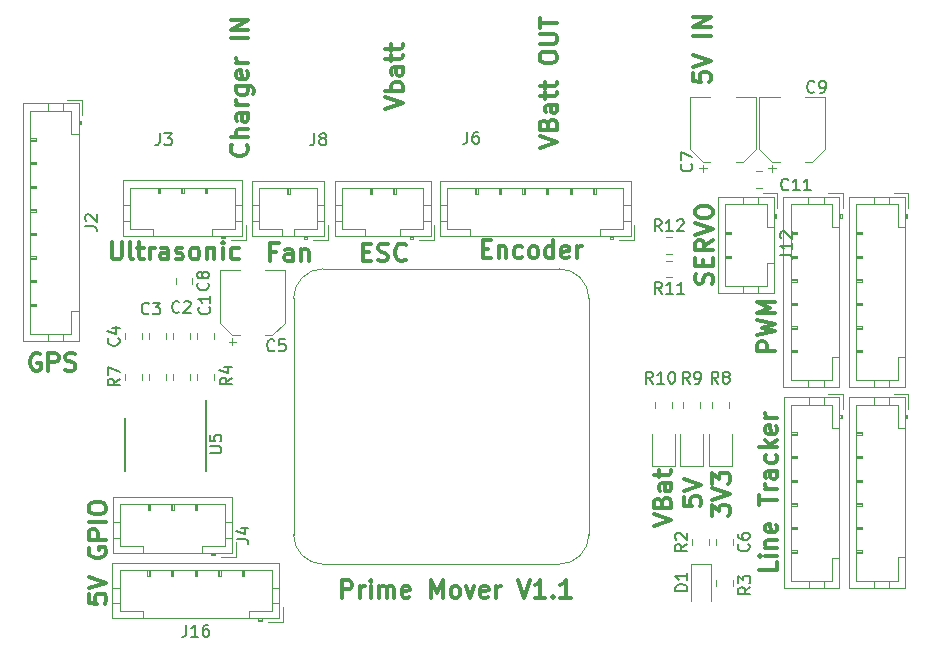
<source format=gbr>
G04 #@! TF.GenerationSoftware,KiCad,Pcbnew,(5.1.4)-1*
G04 #@! TF.CreationDate,2021-11-19T08:14:28-06:00*
G04 #@! TF.ProjectId,RascalHat,52617363-616c-4486-9174-2e6b69636164,rev?*
G04 #@! TF.SameCoordinates,Original*
G04 #@! TF.FileFunction,Legend,Top*
G04 #@! TF.FilePolarity,Positive*
%FSLAX46Y46*%
G04 Gerber Fmt 4.6, Leading zero omitted, Abs format (unit mm)*
G04 Created by KiCad (PCBNEW (5.1.4)-1) date 2021-11-19 08:14:28*
%MOMM*%
%LPD*%
G04 APERTURE LIST*
%ADD10C,0.300000*%
%ADD11C,0.120000*%
%ADD12C,0.150000*%
G04 APERTURE END LIST*
D10*
X58217142Y-22865714D02*
X58288571Y-22651428D01*
X58288571Y-22294285D01*
X58217142Y-22151428D01*
X58145714Y-22079999D01*
X58002857Y-22008571D01*
X57860000Y-22008571D01*
X57717142Y-22079999D01*
X57645714Y-22151428D01*
X57574285Y-22294285D01*
X57502857Y-22579999D01*
X57431428Y-22722857D01*
X57360000Y-22794285D01*
X57217142Y-22865714D01*
X57074285Y-22865714D01*
X56931428Y-22794285D01*
X56860000Y-22722857D01*
X56788571Y-22579999D01*
X56788571Y-22222857D01*
X56860000Y-22008571D01*
X57502857Y-21365714D02*
X57502857Y-20865714D01*
X58288571Y-20651428D02*
X58288571Y-21365714D01*
X56788571Y-21365714D01*
X56788571Y-20651428D01*
X58288571Y-19151428D02*
X57574285Y-19651428D01*
X58288571Y-20008571D02*
X56788571Y-20008571D01*
X56788571Y-19437142D01*
X56860000Y-19294285D01*
X56931428Y-19222857D01*
X57074285Y-19151428D01*
X57288571Y-19151428D01*
X57431428Y-19222857D01*
X57502857Y-19294285D01*
X57574285Y-19437142D01*
X57574285Y-20008571D01*
X56788571Y-18722857D02*
X58288571Y-18222857D01*
X56788571Y-17722857D01*
X56788571Y-16937142D02*
X56788571Y-16651428D01*
X56860000Y-16508571D01*
X57002857Y-16365714D01*
X57288571Y-16294285D01*
X57788571Y-16294285D01*
X58074285Y-16365714D01*
X58217142Y-16508571D01*
X58288571Y-16651428D01*
X58288571Y-16937142D01*
X58217142Y-17080000D01*
X58074285Y-17222857D01*
X57788571Y-17294285D01*
X57288571Y-17294285D01*
X57002857Y-17222857D01*
X56860000Y-17080000D01*
X56788571Y-16937142D01*
X28664285Y-20172857D02*
X29164285Y-20172857D01*
X29378571Y-20958571D02*
X28664285Y-20958571D01*
X28664285Y-19458571D01*
X29378571Y-19458571D01*
X29950000Y-20887142D02*
X30164285Y-20958571D01*
X30521428Y-20958571D01*
X30664285Y-20887142D01*
X30735714Y-20815714D01*
X30807142Y-20672857D01*
X30807142Y-20530000D01*
X30735714Y-20387142D01*
X30664285Y-20315714D01*
X30521428Y-20244285D01*
X30235714Y-20172857D01*
X30092857Y-20101428D01*
X30021428Y-20030000D01*
X29950000Y-19887142D01*
X29950000Y-19744285D01*
X30021428Y-19601428D01*
X30092857Y-19530000D01*
X30235714Y-19458571D01*
X30592857Y-19458571D01*
X30807142Y-19530000D01*
X32307142Y-20815714D02*
X32235714Y-20887142D01*
X32021428Y-20958571D01*
X31878571Y-20958571D01*
X31664285Y-20887142D01*
X31521428Y-20744285D01*
X31450000Y-20601428D01*
X31378571Y-20315714D01*
X31378571Y-20101428D01*
X31450000Y-19815714D01*
X31521428Y-19672857D01*
X31664285Y-19530000D01*
X31878571Y-19458571D01*
X32021428Y-19458571D01*
X32235714Y-19530000D01*
X32307142Y-19601428D01*
X38802857Y-19912857D02*
X39302857Y-19912857D01*
X39517142Y-20698571D02*
X38802857Y-20698571D01*
X38802857Y-19198571D01*
X39517142Y-19198571D01*
X40160000Y-19698571D02*
X40160000Y-20698571D01*
X40160000Y-19841428D02*
X40231428Y-19770000D01*
X40374285Y-19698571D01*
X40588571Y-19698571D01*
X40731428Y-19770000D01*
X40802857Y-19912857D01*
X40802857Y-20698571D01*
X42160000Y-20627142D02*
X42017142Y-20698571D01*
X41731428Y-20698571D01*
X41588571Y-20627142D01*
X41517142Y-20555714D01*
X41445714Y-20412857D01*
X41445714Y-19984285D01*
X41517142Y-19841428D01*
X41588571Y-19770000D01*
X41731428Y-19698571D01*
X42017142Y-19698571D01*
X42160000Y-19770000D01*
X43017142Y-20698571D02*
X42874285Y-20627142D01*
X42802857Y-20555714D01*
X42731428Y-20412857D01*
X42731428Y-19984285D01*
X42802857Y-19841428D01*
X42874285Y-19770000D01*
X43017142Y-19698571D01*
X43231428Y-19698571D01*
X43374285Y-19770000D01*
X43445714Y-19841428D01*
X43517142Y-19984285D01*
X43517142Y-20412857D01*
X43445714Y-20555714D01*
X43374285Y-20627142D01*
X43231428Y-20698571D01*
X43017142Y-20698571D01*
X44802857Y-20698571D02*
X44802857Y-19198571D01*
X44802857Y-20627142D02*
X44660000Y-20698571D01*
X44374285Y-20698571D01*
X44231428Y-20627142D01*
X44160000Y-20555714D01*
X44088571Y-20412857D01*
X44088571Y-19984285D01*
X44160000Y-19841428D01*
X44231428Y-19770000D01*
X44374285Y-19698571D01*
X44660000Y-19698571D01*
X44802857Y-19770000D01*
X46088571Y-20627142D02*
X45945714Y-20698571D01*
X45660000Y-20698571D01*
X45517142Y-20627142D01*
X45445714Y-20484285D01*
X45445714Y-19912857D01*
X45517142Y-19770000D01*
X45660000Y-19698571D01*
X45945714Y-19698571D01*
X46088571Y-19770000D01*
X46160000Y-19912857D01*
X46160000Y-20055714D01*
X45445714Y-20198571D01*
X46802857Y-20698571D02*
X46802857Y-19698571D01*
X46802857Y-19984285D02*
X46874285Y-19841428D01*
X46945714Y-19770000D01*
X47088571Y-19698571D01*
X47231428Y-19698571D01*
X26897142Y-49458571D02*
X26897142Y-47958571D01*
X27468571Y-47958571D01*
X27611428Y-48030000D01*
X27682857Y-48101428D01*
X27754285Y-48244285D01*
X27754285Y-48458571D01*
X27682857Y-48601428D01*
X27611428Y-48672857D01*
X27468571Y-48744285D01*
X26897142Y-48744285D01*
X28397142Y-49458571D02*
X28397142Y-48458571D01*
X28397142Y-48744285D02*
X28468571Y-48601428D01*
X28540000Y-48530000D01*
X28682857Y-48458571D01*
X28825714Y-48458571D01*
X29325714Y-49458571D02*
X29325714Y-48458571D01*
X29325714Y-47958571D02*
X29254285Y-48030000D01*
X29325714Y-48101428D01*
X29397142Y-48030000D01*
X29325714Y-47958571D01*
X29325714Y-48101428D01*
X30040000Y-49458571D02*
X30040000Y-48458571D01*
X30040000Y-48601428D02*
X30111428Y-48530000D01*
X30254285Y-48458571D01*
X30468571Y-48458571D01*
X30611428Y-48530000D01*
X30682857Y-48672857D01*
X30682857Y-49458571D01*
X30682857Y-48672857D02*
X30754285Y-48530000D01*
X30897142Y-48458571D01*
X31111428Y-48458571D01*
X31254285Y-48530000D01*
X31325714Y-48672857D01*
X31325714Y-49458571D01*
X32611428Y-49387142D02*
X32468571Y-49458571D01*
X32182857Y-49458571D01*
X32040000Y-49387142D01*
X31968571Y-49244285D01*
X31968571Y-48672857D01*
X32040000Y-48530000D01*
X32182857Y-48458571D01*
X32468571Y-48458571D01*
X32611428Y-48530000D01*
X32682857Y-48672857D01*
X32682857Y-48815714D01*
X31968571Y-48958571D01*
X34468571Y-49458571D02*
X34468571Y-47958571D01*
X34968571Y-49030000D01*
X35468571Y-47958571D01*
X35468571Y-49458571D01*
X36397142Y-49458571D02*
X36254285Y-49387142D01*
X36182857Y-49315714D01*
X36111428Y-49172857D01*
X36111428Y-48744285D01*
X36182857Y-48601428D01*
X36254285Y-48530000D01*
X36397142Y-48458571D01*
X36611428Y-48458571D01*
X36754285Y-48530000D01*
X36825714Y-48601428D01*
X36897142Y-48744285D01*
X36897142Y-49172857D01*
X36825714Y-49315714D01*
X36754285Y-49387142D01*
X36611428Y-49458571D01*
X36397142Y-49458571D01*
X37397142Y-48458571D02*
X37754285Y-49458571D01*
X38111428Y-48458571D01*
X39254285Y-49387142D02*
X39111428Y-49458571D01*
X38825714Y-49458571D01*
X38682857Y-49387142D01*
X38611428Y-49244285D01*
X38611428Y-48672857D01*
X38682857Y-48530000D01*
X38825714Y-48458571D01*
X39111428Y-48458571D01*
X39254285Y-48530000D01*
X39325714Y-48672857D01*
X39325714Y-48815714D01*
X38611428Y-48958571D01*
X39968571Y-49458571D02*
X39968571Y-48458571D01*
X39968571Y-48744285D02*
X40040000Y-48601428D01*
X40111428Y-48530000D01*
X40254285Y-48458571D01*
X40397142Y-48458571D01*
X41825714Y-47958571D02*
X42325714Y-49458571D01*
X42825714Y-47958571D01*
X44111428Y-49458571D02*
X43254285Y-49458571D01*
X43682857Y-49458571D02*
X43682857Y-47958571D01*
X43540000Y-48172857D01*
X43397142Y-48315714D01*
X43254285Y-48387142D01*
X44754285Y-49315714D02*
X44825714Y-49387142D01*
X44754285Y-49458571D01*
X44682857Y-49387142D01*
X44754285Y-49315714D01*
X44754285Y-49458571D01*
X46254285Y-49458571D02*
X45397142Y-49458571D01*
X45825714Y-49458571D02*
X45825714Y-47958571D01*
X45682857Y-48172857D01*
X45540000Y-48315714D01*
X45397142Y-48387142D01*
X1328571Y-28800000D02*
X1185714Y-28728571D01*
X971428Y-28728571D01*
X757142Y-28800000D01*
X614285Y-28942857D01*
X542857Y-29085714D01*
X471428Y-29371428D01*
X471428Y-29585714D01*
X542857Y-29871428D01*
X614285Y-30014285D01*
X757142Y-30157142D01*
X971428Y-30228571D01*
X1114285Y-30228571D01*
X1328571Y-30157142D01*
X1399999Y-30085714D01*
X1399999Y-29585714D01*
X1114285Y-29585714D01*
X2042857Y-30228571D02*
X2042857Y-28728571D01*
X2614285Y-28728571D01*
X2757142Y-28800000D01*
X2828571Y-28871428D01*
X2899999Y-29014285D01*
X2899999Y-29228571D01*
X2828571Y-29371428D01*
X2757142Y-29442857D01*
X2614285Y-29514285D01*
X2042857Y-29514285D01*
X3471428Y-30157142D02*
X3685714Y-30228571D01*
X4042857Y-30228571D01*
X4185714Y-30157142D01*
X4257142Y-30085714D01*
X4328571Y-29942857D01*
X4328571Y-29800000D01*
X4257142Y-29657142D01*
X4185714Y-29585714D01*
X4042857Y-29514285D01*
X3757142Y-29442857D01*
X3614285Y-29371428D01*
X3542857Y-29300000D01*
X3471428Y-29157142D01*
X3471428Y-29014285D01*
X3542857Y-28871428D01*
X3614285Y-28800000D01*
X3757142Y-28728571D01*
X4114285Y-28728571D01*
X4328571Y-28800000D01*
X53280571Y-43378142D02*
X54780571Y-42878142D01*
X53280571Y-42378142D01*
X53994857Y-41378142D02*
X54066285Y-41163857D01*
X54137714Y-41092428D01*
X54280571Y-41021000D01*
X54494857Y-41021000D01*
X54637714Y-41092428D01*
X54709142Y-41163857D01*
X54780571Y-41306714D01*
X54780571Y-41878142D01*
X53280571Y-41878142D01*
X53280571Y-41378142D01*
X53352000Y-41235285D01*
X53423428Y-41163857D01*
X53566285Y-41092428D01*
X53709142Y-41092428D01*
X53852000Y-41163857D01*
X53923428Y-41235285D01*
X53994857Y-41378142D01*
X53994857Y-41878142D01*
X54780571Y-39735285D02*
X53994857Y-39735285D01*
X53852000Y-39806714D01*
X53780571Y-39949571D01*
X53780571Y-40235285D01*
X53852000Y-40378142D01*
X54709142Y-39735285D02*
X54780571Y-39878142D01*
X54780571Y-40235285D01*
X54709142Y-40378142D01*
X54566285Y-40449571D01*
X54423428Y-40449571D01*
X54280571Y-40378142D01*
X54209142Y-40235285D01*
X54209142Y-39878142D01*
X54137714Y-39735285D01*
X53780571Y-39235285D02*
X53780571Y-38663857D01*
X53280571Y-39021000D02*
X54566285Y-39021000D01*
X54709142Y-38949571D01*
X54780571Y-38806714D01*
X54780571Y-38663857D01*
X58233571Y-42497142D02*
X58233571Y-41568571D01*
X58805000Y-42068571D01*
X58805000Y-41854285D01*
X58876428Y-41711428D01*
X58947857Y-41640000D01*
X59090714Y-41568571D01*
X59447857Y-41568571D01*
X59590714Y-41640000D01*
X59662142Y-41711428D01*
X59733571Y-41854285D01*
X59733571Y-42282857D01*
X59662142Y-42425714D01*
X59590714Y-42497142D01*
X58233571Y-41140000D02*
X59733571Y-40640000D01*
X58233571Y-40140000D01*
X58233571Y-39782857D02*
X58233571Y-38854285D01*
X58805000Y-39354285D01*
X58805000Y-39140000D01*
X58876428Y-38997142D01*
X58947857Y-38925714D01*
X59090714Y-38854285D01*
X59447857Y-38854285D01*
X59590714Y-38925714D01*
X59662142Y-38997142D01*
X59733571Y-39140000D01*
X59733571Y-39568571D01*
X59662142Y-39711428D01*
X59590714Y-39782857D01*
X55820571Y-40925714D02*
X55820571Y-41640000D01*
X56534857Y-41711428D01*
X56463428Y-41640000D01*
X56392000Y-41497142D01*
X56392000Y-41140000D01*
X56463428Y-40997142D01*
X56534857Y-40925714D01*
X56677714Y-40854285D01*
X57034857Y-40854285D01*
X57177714Y-40925714D01*
X57249142Y-40997142D01*
X57320571Y-41140000D01*
X57320571Y-41497142D01*
X57249142Y-41640000D01*
X57177714Y-41711428D01*
X55820571Y-40425714D02*
X57320571Y-39925714D01*
X55820571Y-39425714D01*
X63568571Y-28587142D02*
X62068571Y-28587142D01*
X62068571Y-28015714D01*
X62140000Y-27872857D01*
X62211428Y-27801428D01*
X62354285Y-27730000D01*
X62568571Y-27730000D01*
X62711428Y-27801428D01*
X62782857Y-27872857D01*
X62854285Y-28015714D01*
X62854285Y-28587142D01*
X62068571Y-27230000D02*
X63568571Y-26872857D01*
X62497142Y-26587142D01*
X63568571Y-26301428D01*
X62068571Y-25944285D01*
X63568571Y-25372857D02*
X62068571Y-25372857D01*
X63140000Y-24872857D01*
X62068571Y-24372857D01*
X63568571Y-24372857D01*
X63748571Y-46407142D02*
X63748571Y-47121428D01*
X62248571Y-47121428D01*
X63748571Y-45907142D02*
X62748571Y-45907142D01*
X62248571Y-45907142D02*
X62320000Y-45978571D01*
X62391428Y-45907142D01*
X62320000Y-45835714D01*
X62248571Y-45907142D01*
X62391428Y-45907142D01*
X62748571Y-45192857D02*
X63748571Y-45192857D01*
X62891428Y-45192857D02*
X62820000Y-45121428D01*
X62748571Y-44978571D01*
X62748571Y-44764285D01*
X62820000Y-44621428D01*
X62962857Y-44550000D01*
X63748571Y-44550000D01*
X63677142Y-43264285D02*
X63748571Y-43407142D01*
X63748571Y-43692857D01*
X63677142Y-43835714D01*
X63534285Y-43907142D01*
X62962857Y-43907142D01*
X62820000Y-43835714D01*
X62748571Y-43692857D01*
X62748571Y-43407142D01*
X62820000Y-43264285D01*
X62962857Y-43192857D01*
X63105714Y-43192857D01*
X63248571Y-43907142D01*
X62248571Y-41621428D02*
X62248571Y-40764285D01*
X63748571Y-41192857D02*
X62248571Y-41192857D01*
X63748571Y-40264285D02*
X62748571Y-40264285D01*
X63034285Y-40264285D02*
X62891428Y-40192857D01*
X62820000Y-40121428D01*
X62748571Y-39978571D01*
X62748571Y-39835714D01*
X63748571Y-38692857D02*
X62962857Y-38692857D01*
X62820000Y-38764285D01*
X62748571Y-38907142D01*
X62748571Y-39192857D01*
X62820000Y-39335714D01*
X63677142Y-38692857D02*
X63748571Y-38835714D01*
X63748571Y-39192857D01*
X63677142Y-39335714D01*
X63534285Y-39407142D01*
X63391428Y-39407142D01*
X63248571Y-39335714D01*
X63177142Y-39192857D01*
X63177142Y-38835714D01*
X63105714Y-38692857D01*
X63677142Y-37335714D02*
X63748571Y-37478571D01*
X63748571Y-37764285D01*
X63677142Y-37907142D01*
X63605714Y-37978571D01*
X63462857Y-38050000D01*
X63034285Y-38050000D01*
X62891428Y-37978571D01*
X62820000Y-37907142D01*
X62748571Y-37764285D01*
X62748571Y-37478571D01*
X62820000Y-37335714D01*
X63748571Y-36692857D02*
X62248571Y-36692857D01*
X63177142Y-36550000D02*
X63748571Y-36121428D01*
X62748571Y-36121428D02*
X63320000Y-36692857D01*
X63677142Y-34907142D02*
X63748571Y-35050000D01*
X63748571Y-35335714D01*
X63677142Y-35478571D01*
X63534285Y-35550000D01*
X62962857Y-35550000D01*
X62820000Y-35478571D01*
X62748571Y-35335714D01*
X62748571Y-35050000D01*
X62820000Y-34907142D01*
X62962857Y-34835714D01*
X63105714Y-34835714D01*
X63248571Y-35550000D01*
X63748571Y-34192857D02*
X62748571Y-34192857D01*
X63034285Y-34192857D02*
X62891428Y-34121428D01*
X62820000Y-34050000D01*
X62748571Y-33907142D01*
X62748571Y-33764285D01*
X5448571Y-49160000D02*
X5448571Y-49874285D01*
X6162857Y-49945714D01*
X6091428Y-49874285D01*
X6020000Y-49731428D01*
X6020000Y-49374285D01*
X6091428Y-49231428D01*
X6162857Y-49160000D01*
X6305714Y-49088571D01*
X6662857Y-49088571D01*
X6805714Y-49160000D01*
X6877142Y-49231428D01*
X6948571Y-49374285D01*
X6948571Y-49731428D01*
X6877142Y-49874285D01*
X6805714Y-49945714D01*
X5448571Y-48660000D02*
X6948571Y-48160000D01*
X5448571Y-47660000D01*
X5520000Y-45231428D02*
X5448571Y-45374285D01*
X5448571Y-45588571D01*
X5520000Y-45802857D01*
X5662857Y-45945714D01*
X5805714Y-46017142D01*
X6091428Y-46088571D01*
X6305714Y-46088571D01*
X6591428Y-46017142D01*
X6734285Y-45945714D01*
X6877142Y-45802857D01*
X6948571Y-45588571D01*
X6948571Y-45445714D01*
X6877142Y-45231428D01*
X6805714Y-45160000D01*
X6305714Y-45160000D01*
X6305714Y-45445714D01*
X6948571Y-44517142D02*
X5448571Y-44517142D01*
X5448571Y-43945714D01*
X5520000Y-43802857D01*
X5591428Y-43731428D01*
X5734285Y-43660000D01*
X5948571Y-43660000D01*
X6091428Y-43731428D01*
X6162857Y-43802857D01*
X6234285Y-43945714D01*
X6234285Y-44517142D01*
X6948571Y-43017142D02*
X5448571Y-43017142D01*
X5448571Y-42017142D02*
X5448571Y-41731428D01*
X5520000Y-41588571D01*
X5662857Y-41445714D01*
X5948571Y-41374285D01*
X6448571Y-41374285D01*
X6734285Y-41445714D01*
X6877142Y-41588571D01*
X6948571Y-41731428D01*
X6948571Y-42017142D01*
X6877142Y-42160000D01*
X6734285Y-42302857D01*
X6448571Y-42374285D01*
X5948571Y-42374285D01*
X5662857Y-42302857D01*
X5520000Y-42160000D01*
X5448571Y-42017142D01*
X7392857Y-19298571D02*
X7392857Y-20512857D01*
X7464285Y-20655714D01*
X7535714Y-20727142D01*
X7678571Y-20798571D01*
X7964285Y-20798571D01*
X8107142Y-20727142D01*
X8178571Y-20655714D01*
X8250000Y-20512857D01*
X8250000Y-19298571D01*
X9178571Y-20798571D02*
X9035714Y-20727142D01*
X8964285Y-20584285D01*
X8964285Y-19298571D01*
X9535714Y-19798571D02*
X10107142Y-19798571D01*
X9750000Y-19298571D02*
X9750000Y-20584285D01*
X9821428Y-20727142D01*
X9964285Y-20798571D01*
X10107142Y-20798571D01*
X10607142Y-20798571D02*
X10607142Y-19798571D01*
X10607142Y-20084285D02*
X10678571Y-19941428D01*
X10750000Y-19870000D01*
X10892857Y-19798571D01*
X11035714Y-19798571D01*
X12178571Y-20798571D02*
X12178571Y-20012857D01*
X12107142Y-19870000D01*
X11964285Y-19798571D01*
X11678571Y-19798571D01*
X11535714Y-19870000D01*
X12178571Y-20727142D02*
X12035714Y-20798571D01*
X11678571Y-20798571D01*
X11535714Y-20727142D01*
X11464285Y-20584285D01*
X11464285Y-20441428D01*
X11535714Y-20298571D01*
X11678571Y-20227142D01*
X12035714Y-20227142D01*
X12178571Y-20155714D01*
X12821428Y-20727142D02*
X12964285Y-20798571D01*
X13250000Y-20798571D01*
X13392857Y-20727142D01*
X13464285Y-20584285D01*
X13464285Y-20512857D01*
X13392857Y-20370000D01*
X13250000Y-20298571D01*
X13035714Y-20298571D01*
X12892857Y-20227142D01*
X12821428Y-20084285D01*
X12821428Y-20012857D01*
X12892857Y-19870000D01*
X13035714Y-19798571D01*
X13250000Y-19798571D01*
X13392857Y-19870000D01*
X14321428Y-20798571D02*
X14178571Y-20727142D01*
X14107142Y-20655714D01*
X14035714Y-20512857D01*
X14035714Y-20084285D01*
X14107142Y-19941428D01*
X14178571Y-19870000D01*
X14321428Y-19798571D01*
X14535714Y-19798571D01*
X14678571Y-19870000D01*
X14750000Y-19941428D01*
X14821428Y-20084285D01*
X14821428Y-20512857D01*
X14750000Y-20655714D01*
X14678571Y-20727142D01*
X14535714Y-20798571D01*
X14321428Y-20798571D01*
X15464285Y-19798571D02*
X15464285Y-20798571D01*
X15464285Y-19941428D02*
X15535714Y-19870000D01*
X15678571Y-19798571D01*
X15892857Y-19798571D01*
X16035714Y-19870000D01*
X16107142Y-20012857D01*
X16107142Y-20798571D01*
X16821428Y-20798571D02*
X16821428Y-19798571D01*
X16821428Y-19298571D02*
X16750000Y-19370000D01*
X16821428Y-19441428D01*
X16892857Y-19370000D01*
X16821428Y-19298571D01*
X16821428Y-19441428D01*
X18178571Y-20727142D02*
X18035714Y-20798571D01*
X17750000Y-20798571D01*
X17607142Y-20727142D01*
X17535714Y-20655714D01*
X17464285Y-20512857D01*
X17464285Y-20084285D01*
X17535714Y-19941428D01*
X17607142Y-19870000D01*
X17750000Y-19798571D01*
X18035714Y-19798571D01*
X18178571Y-19870000D01*
X21317142Y-20142857D02*
X20817142Y-20142857D01*
X20817142Y-20928571D02*
X20817142Y-19428571D01*
X21531428Y-19428571D01*
X22745714Y-20928571D02*
X22745714Y-20142857D01*
X22674285Y-20000000D01*
X22531428Y-19928571D01*
X22245714Y-19928571D01*
X22102857Y-20000000D01*
X22745714Y-20857142D02*
X22602857Y-20928571D01*
X22245714Y-20928571D01*
X22102857Y-20857142D01*
X22031428Y-20714285D01*
X22031428Y-20571428D01*
X22102857Y-20428571D01*
X22245714Y-20357142D01*
X22602857Y-20357142D01*
X22745714Y-20285714D01*
X23460000Y-19928571D02*
X23460000Y-20928571D01*
X23460000Y-20071428D02*
X23531428Y-20000000D01*
X23674285Y-19928571D01*
X23888571Y-19928571D01*
X24031428Y-20000000D01*
X24102857Y-20142857D01*
X24102857Y-20928571D01*
X18823714Y-11080142D02*
X18895142Y-11151571D01*
X18966571Y-11365857D01*
X18966571Y-11508714D01*
X18895142Y-11723000D01*
X18752285Y-11865857D01*
X18609428Y-11937285D01*
X18323714Y-12008714D01*
X18109428Y-12008714D01*
X17823714Y-11937285D01*
X17680857Y-11865857D01*
X17538000Y-11723000D01*
X17466571Y-11508714D01*
X17466571Y-11365857D01*
X17538000Y-11151571D01*
X17609428Y-11080142D01*
X18966571Y-10437285D02*
X17466571Y-10437285D01*
X18966571Y-9794428D02*
X18180857Y-9794428D01*
X18038000Y-9865857D01*
X17966571Y-10008714D01*
X17966571Y-10223000D01*
X18038000Y-10365857D01*
X18109428Y-10437285D01*
X18966571Y-8437285D02*
X18180857Y-8437285D01*
X18038000Y-8508714D01*
X17966571Y-8651571D01*
X17966571Y-8937285D01*
X18038000Y-9080142D01*
X18895142Y-8437285D02*
X18966571Y-8580142D01*
X18966571Y-8937285D01*
X18895142Y-9080142D01*
X18752285Y-9151571D01*
X18609428Y-9151571D01*
X18466571Y-9080142D01*
X18395142Y-8937285D01*
X18395142Y-8580142D01*
X18323714Y-8437285D01*
X18966571Y-7723000D02*
X17966571Y-7723000D01*
X18252285Y-7723000D02*
X18109428Y-7651571D01*
X18038000Y-7580142D01*
X17966571Y-7437285D01*
X17966571Y-7294428D01*
X17966571Y-6151571D02*
X19180857Y-6151571D01*
X19323714Y-6223000D01*
X19395142Y-6294428D01*
X19466571Y-6437285D01*
X19466571Y-6651571D01*
X19395142Y-6794428D01*
X18895142Y-6151571D02*
X18966571Y-6294428D01*
X18966571Y-6580142D01*
X18895142Y-6723000D01*
X18823714Y-6794428D01*
X18680857Y-6865857D01*
X18252285Y-6865857D01*
X18109428Y-6794428D01*
X18038000Y-6723000D01*
X17966571Y-6580142D01*
X17966571Y-6294428D01*
X18038000Y-6151571D01*
X18895142Y-4865857D02*
X18966571Y-5008714D01*
X18966571Y-5294428D01*
X18895142Y-5437285D01*
X18752285Y-5508714D01*
X18180857Y-5508714D01*
X18038000Y-5437285D01*
X17966571Y-5294428D01*
X17966571Y-5008714D01*
X18038000Y-4865857D01*
X18180857Y-4794428D01*
X18323714Y-4794428D01*
X18466571Y-5508714D01*
X18966571Y-4151571D02*
X17966571Y-4151571D01*
X18252285Y-4151571D02*
X18109428Y-4080142D01*
X18038000Y-4008714D01*
X17966571Y-3865857D01*
X17966571Y-3723000D01*
X18966571Y-2080142D02*
X17466571Y-2080142D01*
X18966571Y-1365857D02*
X17466571Y-1365857D01*
X18966571Y-508714D01*
X17466571Y-508714D01*
X30568571Y-8024285D02*
X32068571Y-7524285D01*
X30568571Y-7024285D01*
X32068571Y-6524285D02*
X30568571Y-6524285D01*
X31140000Y-6524285D02*
X31068571Y-6381428D01*
X31068571Y-6095714D01*
X31140000Y-5952857D01*
X31211428Y-5881428D01*
X31354285Y-5810000D01*
X31782857Y-5810000D01*
X31925714Y-5881428D01*
X31997142Y-5952857D01*
X32068571Y-6095714D01*
X32068571Y-6381428D01*
X31997142Y-6524285D01*
X32068571Y-4524285D02*
X31282857Y-4524285D01*
X31140000Y-4595714D01*
X31068571Y-4738571D01*
X31068571Y-5024285D01*
X31140000Y-5167142D01*
X31997142Y-4524285D02*
X32068571Y-4667142D01*
X32068571Y-5024285D01*
X31997142Y-5167142D01*
X31854285Y-5238571D01*
X31711428Y-5238571D01*
X31568571Y-5167142D01*
X31497142Y-5024285D01*
X31497142Y-4667142D01*
X31425714Y-4524285D01*
X31068571Y-4024285D02*
X31068571Y-3452857D01*
X30568571Y-3810000D02*
X31854285Y-3810000D01*
X31997142Y-3738571D01*
X32068571Y-3595714D01*
X32068571Y-3452857D01*
X31068571Y-3167142D02*
X31068571Y-2595714D01*
X30568571Y-2952857D02*
X31854285Y-2952857D01*
X31997142Y-2881428D01*
X32068571Y-2738571D01*
X32068571Y-2595714D01*
X43628571Y-11342000D02*
X45128571Y-10842000D01*
X43628571Y-10342000D01*
X44342857Y-9342000D02*
X44414285Y-9127714D01*
X44485714Y-9056285D01*
X44628571Y-8984857D01*
X44842857Y-8984857D01*
X44985714Y-9056285D01*
X45057142Y-9127714D01*
X45128571Y-9270571D01*
X45128571Y-9842000D01*
X43628571Y-9842000D01*
X43628571Y-9342000D01*
X43700000Y-9199142D01*
X43771428Y-9127714D01*
X43914285Y-9056285D01*
X44057142Y-9056285D01*
X44200000Y-9127714D01*
X44271428Y-9199142D01*
X44342857Y-9342000D01*
X44342857Y-9842000D01*
X45128571Y-7699142D02*
X44342857Y-7699142D01*
X44200000Y-7770571D01*
X44128571Y-7913428D01*
X44128571Y-8199142D01*
X44200000Y-8342000D01*
X45057142Y-7699142D02*
X45128571Y-7842000D01*
X45128571Y-8199142D01*
X45057142Y-8342000D01*
X44914285Y-8413428D01*
X44771428Y-8413428D01*
X44628571Y-8342000D01*
X44557142Y-8199142D01*
X44557142Y-7842000D01*
X44485714Y-7699142D01*
X44128571Y-7199142D02*
X44128571Y-6627714D01*
X43628571Y-6984857D02*
X44914285Y-6984857D01*
X45057142Y-6913428D01*
X45128571Y-6770571D01*
X45128571Y-6627714D01*
X44128571Y-6342000D02*
X44128571Y-5770571D01*
X43628571Y-6127714D02*
X44914285Y-6127714D01*
X45057142Y-6056285D01*
X45128571Y-5913428D01*
X45128571Y-5770571D01*
X43628571Y-3842000D02*
X43628571Y-3556285D01*
X43700000Y-3413428D01*
X43842857Y-3270571D01*
X44128571Y-3199142D01*
X44628571Y-3199142D01*
X44914285Y-3270571D01*
X45057142Y-3413428D01*
X45128571Y-3556285D01*
X45128571Y-3842000D01*
X45057142Y-3984857D01*
X44914285Y-4127714D01*
X44628571Y-4199142D01*
X44128571Y-4199142D01*
X43842857Y-4127714D01*
X43700000Y-3984857D01*
X43628571Y-3842000D01*
X43628571Y-2556285D02*
X44842857Y-2556285D01*
X44985714Y-2484857D01*
X45057142Y-2413428D01*
X45128571Y-2270571D01*
X45128571Y-1984857D01*
X45057142Y-1842000D01*
X44985714Y-1770571D01*
X44842857Y-1699142D01*
X43628571Y-1699142D01*
X43628571Y-1199142D02*
X43628571Y-342000D01*
X45128571Y-770571D02*
X43628571Y-770571D01*
X56608571Y-5010000D02*
X56608571Y-5724285D01*
X57322857Y-5795714D01*
X57251428Y-5724285D01*
X57180000Y-5581428D01*
X57180000Y-5224285D01*
X57251428Y-5081428D01*
X57322857Y-5010000D01*
X57465714Y-4938571D01*
X57822857Y-4938571D01*
X57965714Y-5010000D01*
X58037142Y-5081428D01*
X58108571Y-5224285D01*
X58108571Y-5581428D01*
X58037142Y-5724285D01*
X57965714Y-5795714D01*
X56608571Y-4510000D02*
X58108571Y-4010000D01*
X56608571Y-3510000D01*
X58108571Y-1867142D02*
X56608571Y-1867142D01*
X58108571Y-1152857D02*
X56608571Y-1152857D01*
X58108571Y-295714D01*
X56608571Y-295714D01*
D11*
X25300000Y-21600000D02*
X45300000Y-21600000D01*
X22800000Y-24100000D02*
G75*
G02X25300000Y-21600000I2500000J0D01*
G01*
X22800000Y-44100000D02*
X22800000Y-24100000D01*
X25300000Y-46600000D02*
G75*
G02X22800000Y-44100000I0J2500000D01*
G01*
X45300000Y-21600000D02*
G75*
G02X47800000Y-24100000I0J-2500000D01*
G01*
X47800000Y-24100000D02*
X47800000Y-44100000D01*
X45300000Y-46600000D02*
X25300000Y-46600000D01*
X47800000Y-44100000D02*
G75*
G02X45300000Y-46600000I-2500000J0D01*
G01*
X69301000Y-15219000D02*
X68051000Y-15219000D01*
X69301000Y-16469000D02*
X69301000Y-15219000D01*
X64891000Y-28579000D02*
X65391000Y-28579000D01*
X65391000Y-28679000D02*
X64891000Y-28679000D01*
X65391000Y-28479000D02*
X65391000Y-28679000D01*
X64891000Y-28479000D02*
X65391000Y-28479000D01*
X64891000Y-26579000D02*
X65391000Y-26579000D01*
X65391000Y-26679000D02*
X64891000Y-26679000D01*
X65391000Y-26479000D02*
X65391000Y-26679000D01*
X64891000Y-26479000D02*
X65391000Y-26479000D01*
X64891000Y-24579000D02*
X65391000Y-24579000D01*
X65391000Y-24679000D02*
X64891000Y-24679000D01*
X65391000Y-24479000D02*
X65391000Y-24679000D01*
X64891000Y-24479000D02*
X65391000Y-24479000D01*
X64891000Y-22579000D02*
X65391000Y-22579000D01*
X65391000Y-22679000D02*
X64891000Y-22679000D01*
X65391000Y-22479000D02*
X65391000Y-22679000D01*
X64891000Y-22479000D02*
X65391000Y-22479000D01*
X64891000Y-20579000D02*
X65391000Y-20579000D01*
X65391000Y-20679000D02*
X64891000Y-20679000D01*
X65391000Y-20479000D02*
X65391000Y-20679000D01*
X64891000Y-20479000D02*
X65391000Y-20479000D01*
X64891000Y-18579000D02*
X65391000Y-18579000D01*
X65391000Y-18679000D02*
X64891000Y-18679000D01*
X65391000Y-18479000D02*
X65391000Y-18679000D01*
X64891000Y-18479000D02*
X65391000Y-18479000D01*
X66391000Y-31639000D02*
X66391000Y-31029000D01*
X67691000Y-31639000D02*
X67691000Y-31029000D01*
X66391000Y-15519000D02*
X66391000Y-16129000D01*
X67691000Y-15519000D02*
X67691000Y-16129000D01*
X68391000Y-29079000D02*
X69001000Y-29079000D01*
X68391000Y-31029000D02*
X68391000Y-29079000D01*
X64891000Y-31029000D02*
X68391000Y-31029000D01*
X64891000Y-16129000D02*
X64891000Y-31029000D01*
X68391000Y-16129000D02*
X64891000Y-16129000D01*
X68391000Y-18079000D02*
X68391000Y-16129000D01*
X69001000Y-18079000D02*
X68391000Y-18079000D01*
X69101000Y-17279000D02*
X69101000Y-16979000D01*
X69201000Y-16979000D02*
X69001000Y-16979000D01*
X69201000Y-17279000D02*
X69201000Y-16979000D01*
X69001000Y-17279000D02*
X69201000Y-17279000D01*
X69001000Y-31639000D02*
X69001000Y-15519000D01*
X64281000Y-31639000D02*
X69001000Y-31639000D01*
X64281000Y-15519000D02*
X64281000Y-31639000D01*
X69001000Y-15519000D02*
X64281000Y-15519000D01*
X74850000Y-15219000D02*
X73600000Y-15219000D01*
X74850000Y-16469000D02*
X74850000Y-15219000D01*
X70440000Y-28579000D02*
X70940000Y-28579000D01*
X70940000Y-28679000D02*
X70440000Y-28679000D01*
X70940000Y-28479000D02*
X70940000Y-28679000D01*
X70440000Y-28479000D02*
X70940000Y-28479000D01*
X70440000Y-26579000D02*
X70940000Y-26579000D01*
X70940000Y-26679000D02*
X70440000Y-26679000D01*
X70940000Y-26479000D02*
X70940000Y-26679000D01*
X70440000Y-26479000D02*
X70940000Y-26479000D01*
X70440000Y-24579000D02*
X70940000Y-24579000D01*
X70940000Y-24679000D02*
X70440000Y-24679000D01*
X70940000Y-24479000D02*
X70940000Y-24679000D01*
X70440000Y-24479000D02*
X70940000Y-24479000D01*
X70440000Y-22579000D02*
X70940000Y-22579000D01*
X70940000Y-22679000D02*
X70440000Y-22679000D01*
X70940000Y-22479000D02*
X70940000Y-22679000D01*
X70440000Y-22479000D02*
X70940000Y-22479000D01*
X70440000Y-20579000D02*
X70940000Y-20579000D01*
X70940000Y-20679000D02*
X70440000Y-20679000D01*
X70940000Y-20479000D02*
X70940000Y-20679000D01*
X70440000Y-20479000D02*
X70940000Y-20479000D01*
X70440000Y-18579000D02*
X70940000Y-18579000D01*
X70940000Y-18679000D02*
X70440000Y-18679000D01*
X70940000Y-18479000D02*
X70940000Y-18679000D01*
X70440000Y-18479000D02*
X70940000Y-18479000D01*
X71940000Y-31639000D02*
X71940000Y-31029000D01*
X73240000Y-31639000D02*
X73240000Y-31029000D01*
X71940000Y-15519000D02*
X71940000Y-16129000D01*
X73240000Y-15519000D02*
X73240000Y-16129000D01*
X73940000Y-29079000D02*
X74550000Y-29079000D01*
X73940000Y-31029000D02*
X73940000Y-29079000D01*
X70440000Y-31029000D02*
X73940000Y-31029000D01*
X70440000Y-16129000D02*
X70440000Y-31029000D01*
X73940000Y-16129000D02*
X70440000Y-16129000D01*
X73940000Y-18079000D02*
X73940000Y-16129000D01*
X74550000Y-18079000D02*
X73940000Y-18079000D01*
X74650000Y-17279000D02*
X74650000Y-16979000D01*
X74750000Y-16979000D02*
X74550000Y-16979000D01*
X74750000Y-17279000D02*
X74750000Y-16979000D01*
X74550000Y-17279000D02*
X74750000Y-17279000D01*
X74550000Y-31639000D02*
X74550000Y-15519000D01*
X69830000Y-31639000D02*
X74550000Y-31639000D01*
X69830000Y-15519000D02*
X69830000Y-31639000D01*
X74550000Y-15519000D02*
X69830000Y-15519000D01*
X51640000Y-19140000D02*
X51640000Y-17890000D01*
X50390000Y-19140000D02*
X51640000Y-19140000D01*
X38280000Y-14730000D02*
X38280000Y-15230000D01*
X38180000Y-15230000D02*
X38180000Y-14730000D01*
X38380000Y-15230000D02*
X38180000Y-15230000D01*
X38380000Y-14730000D02*
X38380000Y-15230000D01*
X40280000Y-14730000D02*
X40280000Y-15230000D01*
X40180000Y-15230000D02*
X40180000Y-14730000D01*
X40380000Y-15230000D02*
X40180000Y-15230000D01*
X40380000Y-14730000D02*
X40380000Y-15230000D01*
X42280000Y-14730000D02*
X42280000Y-15230000D01*
X42180000Y-15230000D02*
X42180000Y-14730000D01*
X42380000Y-15230000D02*
X42180000Y-15230000D01*
X42380000Y-14730000D02*
X42380000Y-15230000D01*
X44280000Y-14730000D02*
X44280000Y-15230000D01*
X44180000Y-15230000D02*
X44180000Y-14730000D01*
X44380000Y-15230000D02*
X44180000Y-15230000D01*
X44380000Y-14730000D02*
X44380000Y-15230000D01*
X46280000Y-14730000D02*
X46280000Y-15230000D01*
X46180000Y-15230000D02*
X46180000Y-14730000D01*
X46380000Y-15230000D02*
X46180000Y-15230000D01*
X46380000Y-14730000D02*
X46380000Y-15230000D01*
X48280000Y-14730000D02*
X48280000Y-15230000D01*
X48180000Y-15230000D02*
X48180000Y-14730000D01*
X48380000Y-15230000D02*
X48180000Y-15230000D01*
X48380000Y-14730000D02*
X48380000Y-15230000D01*
X35220000Y-16230000D02*
X35830000Y-16230000D01*
X35220000Y-17530000D02*
X35830000Y-17530000D01*
X51340000Y-16230000D02*
X50730000Y-16230000D01*
X51340000Y-17530000D02*
X50730000Y-17530000D01*
X37780000Y-18230000D02*
X37780000Y-18840000D01*
X35830000Y-18230000D02*
X37780000Y-18230000D01*
X35830000Y-14730000D02*
X35830000Y-18230000D01*
X50730000Y-14730000D02*
X35830000Y-14730000D01*
X50730000Y-18230000D02*
X50730000Y-14730000D01*
X48780000Y-18230000D02*
X50730000Y-18230000D01*
X48780000Y-18840000D02*
X48780000Y-18230000D01*
X49580000Y-18940000D02*
X49880000Y-18940000D01*
X49880000Y-19040000D02*
X49880000Y-18840000D01*
X49580000Y-19040000D02*
X49880000Y-19040000D01*
X49580000Y-18840000D02*
X49580000Y-19040000D01*
X35220000Y-18840000D02*
X51340000Y-18840000D01*
X35220000Y-14120000D02*
X35220000Y-18840000D01*
X51340000Y-14120000D02*
X35220000Y-14120000D01*
X51340000Y-18840000D02*
X51340000Y-14120000D01*
X25720000Y-19140000D02*
X25720000Y-17890000D01*
X24470000Y-19140000D02*
X25720000Y-19140000D01*
X22360000Y-14730000D02*
X22360000Y-15230000D01*
X22260000Y-15230000D02*
X22260000Y-14730000D01*
X22460000Y-15230000D02*
X22260000Y-15230000D01*
X22460000Y-14730000D02*
X22460000Y-15230000D01*
X19300000Y-16230000D02*
X19910000Y-16230000D01*
X19300000Y-17530000D02*
X19910000Y-17530000D01*
X25420000Y-16230000D02*
X24810000Y-16230000D01*
X25420000Y-17530000D02*
X24810000Y-17530000D01*
X21860000Y-18230000D02*
X21860000Y-18840000D01*
X19910000Y-18230000D02*
X21860000Y-18230000D01*
X19910000Y-14730000D02*
X19910000Y-18230000D01*
X24810000Y-14730000D02*
X19910000Y-14730000D01*
X24810000Y-18230000D02*
X24810000Y-14730000D01*
X22860000Y-18230000D02*
X24810000Y-18230000D01*
X22860000Y-18840000D02*
X22860000Y-18230000D01*
X23660000Y-18940000D02*
X23960000Y-18940000D01*
X23960000Y-19040000D02*
X23960000Y-18840000D01*
X23660000Y-19040000D02*
X23960000Y-19040000D01*
X23660000Y-18840000D02*
X23660000Y-19040000D01*
X19300000Y-18840000D02*
X25420000Y-18840000D01*
X19300000Y-14120000D02*
X19300000Y-18840000D01*
X25420000Y-14120000D02*
X19300000Y-14120000D01*
X25420000Y-18840000D02*
X25420000Y-14120000D01*
X21890000Y-51490000D02*
X21890000Y-50240000D01*
X20640000Y-51490000D02*
X21890000Y-51490000D01*
X10530000Y-47080000D02*
X10530000Y-47580000D01*
X10430000Y-47580000D02*
X10430000Y-47080000D01*
X10630000Y-47580000D02*
X10430000Y-47580000D01*
X10630000Y-47080000D02*
X10630000Y-47580000D01*
X12530000Y-47080000D02*
X12530000Y-47580000D01*
X12430000Y-47580000D02*
X12430000Y-47080000D01*
X12630000Y-47580000D02*
X12430000Y-47580000D01*
X12630000Y-47080000D02*
X12630000Y-47580000D01*
X14530000Y-47080000D02*
X14530000Y-47580000D01*
X14430000Y-47580000D02*
X14430000Y-47080000D01*
X14630000Y-47580000D02*
X14430000Y-47580000D01*
X14630000Y-47080000D02*
X14630000Y-47580000D01*
X16530000Y-47080000D02*
X16530000Y-47580000D01*
X16430000Y-47580000D02*
X16430000Y-47080000D01*
X16630000Y-47580000D02*
X16430000Y-47580000D01*
X16630000Y-47080000D02*
X16630000Y-47580000D01*
X18530000Y-47080000D02*
X18530000Y-47580000D01*
X18430000Y-47580000D02*
X18430000Y-47080000D01*
X18630000Y-47580000D02*
X18430000Y-47580000D01*
X18630000Y-47080000D02*
X18630000Y-47580000D01*
X7470000Y-48580000D02*
X8080000Y-48580000D01*
X7470000Y-49880000D02*
X8080000Y-49880000D01*
X21590000Y-48580000D02*
X20980000Y-48580000D01*
X21590000Y-49880000D02*
X20980000Y-49880000D01*
X10030000Y-50580000D02*
X10030000Y-51190000D01*
X8080000Y-50580000D02*
X10030000Y-50580000D01*
X8080000Y-47080000D02*
X8080000Y-50580000D01*
X20980000Y-47080000D02*
X8080000Y-47080000D01*
X20980000Y-50580000D02*
X20980000Y-47080000D01*
X19030000Y-50580000D02*
X20980000Y-50580000D01*
X19030000Y-51190000D02*
X19030000Y-50580000D01*
X19830000Y-51290000D02*
X20130000Y-51290000D01*
X20130000Y-51390000D02*
X20130000Y-51190000D01*
X19830000Y-51390000D02*
X20130000Y-51390000D01*
X19830000Y-51190000D02*
X19830000Y-51390000D01*
X7470000Y-51190000D02*
X21590000Y-51190000D01*
X7470000Y-46470000D02*
X7470000Y-51190000D01*
X21590000Y-46470000D02*
X7470000Y-46470000D01*
X21590000Y-51190000D02*
X21590000Y-46470000D01*
X69310000Y-32182000D02*
X68060000Y-32182000D01*
X69310000Y-33432000D02*
X69310000Y-32182000D01*
X64900000Y-45542000D02*
X65400000Y-45542000D01*
X65400000Y-45642000D02*
X64900000Y-45642000D01*
X65400000Y-45442000D02*
X65400000Y-45642000D01*
X64900000Y-45442000D02*
X65400000Y-45442000D01*
X64900000Y-43542000D02*
X65400000Y-43542000D01*
X65400000Y-43642000D02*
X64900000Y-43642000D01*
X65400000Y-43442000D02*
X65400000Y-43642000D01*
X64900000Y-43442000D02*
X65400000Y-43442000D01*
X64900000Y-41542000D02*
X65400000Y-41542000D01*
X65400000Y-41642000D02*
X64900000Y-41642000D01*
X65400000Y-41442000D02*
X65400000Y-41642000D01*
X64900000Y-41442000D02*
X65400000Y-41442000D01*
X64900000Y-39542000D02*
X65400000Y-39542000D01*
X65400000Y-39642000D02*
X64900000Y-39642000D01*
X65400000Y-39442000D02*
X65400000Y-39642000D01*
X64900000Y-39442000D02*
X65400000Y-39442000D01*
X64900000Y-37542000D02*
X65400000Y-37542000D01*
X65400000Y-37642000D02*
X64900000Y-37642000D01*
X65400000Y-37442000D02*
X65400000Y-37642000D01*
X64900000Y-37442000D02*
X65400000Y-37442000D01*
X64900000Y-35542000D02*
X65400000Y-35542000D01*
X65400000Y-35642000D02*
X64900000Y-35642000D01*
X65400000Y-35442000D02*
X65400000Y-35642000D01*
X64900000Y-35442000D02*
X65400000Y-35442000D01*
X66400000Y-48602000D02*
X66400000Y-47992000D01*
X67700000Y-48602000D02*
X67700000Y-47992000D01*
X66400000Y-32482000D02*
X66400000Y-33092000D01*
X67700000Y-32482000D02*
X67700000Y-33092000D01*
X68400000Y-46042000D02*
X69010000Y-46042000D01*
X68400000Y-47992000D02*
X68400000Y-46042000D01*
X64900000Y-47992000D02*
X68400000Y-47992000D01*
X64900000Y-33092000D02*
X64900000Y-47992000D01*
X68400000Y-33092000D02*
X64900000Y-33092000D01*
X68400000Y-35042000D02*
X68400000Y-33092000D01*
X69010000Y-35042000D02*
X68400000Y-35042000D01*
X69110000Y-34242000D02*
X69110000Y-33942000D01*
X69210000Y-33942000D02*
X69010000Y-33942000D01*
X69210000Y-34242000D02*
X69210000Y-33942000D01*
X69010000Y-34242000D02*
X69210000Y-34242000D01*
X69010000Y-48602000D02*
X69010000Y-32482000D01*
X64290000Y-48602000D02*
X69010000Y-48602000D01*
X64290000Y-32482000D02*
X64290000Y-48602000D01*
X69010000Y-32482000D02*
X64290000Y-32482000D01*
X74850000Y-32177000D02*
X73600000Y-32177000D01*
X74850000Y-33427000D02*
X74850000Y-32177000D01*
X70440000Y-45537000D02*
X70940000Y-45537000D01*
X70940000Y-45637000D02*
X70440000Y-45637000D01*
X70940000Y-45437000D02*
X70940000Y-45637000D01*
X70440000Y-45437000D02*
X70940000Y-45437000D01*
X70440000Y-43537000D02*
X70940000Y-43537000D01*
X70940000Y-43637000D02*
X70440000Y-43637000D01*
X70940000Y-43437000D02*
X70940000Y-43637000D01*
X70440000Y-43437000D02*
X70940000Y-43437000D01*
X70440000Y-41537000D02*
X70940000Y-41537000D01*
X70940000Y-41637000D02*
X70440000Y-41637000D01*
X70940000Y-41437000D02*
X70940000Y-41637000D01*
X70440000Y-41437000D02*
X70940000Y-41437000D01*
X70440000Y-39537000D02*
X70940000Y-39537000D01*
X70940000Y-39637000D02*
X70440000Y-39637000D01*
X70940000Y-39437000D02*
X70940000Y-39637000D01*
X70440000Y-39437000D02*
X70940000Y-39437000D01*
X70440000Y-37537000D02*
X70940000Y-37537000D01*
X70940000Y-37637000D02*
X70440000Y-37637000D01*
X70940000Y-37437000D02*
X70940000Y-37637000D01*
X70440000Y-37437000D02*
X70940000Y-37437000D01*
X70440000Y-35537000D02*
X70940000Y-35537000D01*
X70940000Y-35637000D02*
X70440000Y-35637000D01*
X70940000Y-35437000D02*
X70940000Y-35637000D01*
X70440000Y-35437000D02*
X70940000Y-35437000D01*
X71940000Y-48597000D02*
X71940000Y-47987000D01*
X73240000Y-48597000D02*
X73240000Y-47987000D01*
X71940000Y-32477000D02*
X71940000Y-33087000D01*
X73240000Y-32477000D02*
X73240000Y-33087000D01*
X73940000Y-46037000D02*
X74550000Y-46037000D01*
X73940000Y-47987000D02*
X73940000Y-46037000D01*
X70440000Y-47987000D02*
X73940000Y-47987000D01*
X70440000Y-33087000D02*
X70440000Y-47987000D01*
X73940000Y-33087000D02*
X70440000Y-33087000D01*
X73940000Y-35037000D02*
X73940000Y-33087000D01*
X74550000Y-35037000D02*
X73940000Y-35037000D01*
X74650000Y-34237000D02*
X74650000Y-33937000D01*
X74750000Y-33937000D02*
X74550000Y-33937000D01*
X74750000Y-34237000D02*
X74750000Y-33937000D01*
X74550000Y-34237000D02*
X74750000Y-34237000D01*
X74550000Y-48597000D02*
X74550000Y-32477000D01*
X69830000Y-48597000D02*
X74550000Y-48597000D01*
X69830000Y-32477000D02*
X69830000Y-48597000D01*
X74550000Y-32477000D02*
X69830000Y-32477000D01*
X63760000Y-15220000D02*
X62510000Y-15220000D01*
X63760000Y-16470000D02*
X63760000Y-15220000D01*
X59350000Y-20580000D02*
X59850000Y-20580000D01*
X59850000Y-20680000D02*
X59350000Y-20680000D01*
X59850000Y-20480000D02*
X59850000Y-20680000D01*
X59350000Y-20480000D02*
X59850000Y-20480000D01*
X59350000Y-18580000D02*
X59850000Y-18580000D01*
X59850000Y-18680000D02*
X59350000Y-18680000D01*
X59850000Y-18480000D02*
X59850000Y-18680000D01*
X59350000Y-18480000D02*
X59850000Y-18480000D01*
X60850000Y-23640000D02*
X60850000Y-23030000D01*
X62150000Y-23640000D02*
X62150000Y-23030000D01*
X60850000Y-15520000D02*
X60850000Y-16130000D01*
X62150000Y-15520000D02*
X62150000Y-16130000D01*
X62850000Y-21080000D02*
X63460000Y-21080000D01*
X62850000Y-23030000D02*
X62850000Y-21080000D01*
X59350000Y-23030000D02*
X62850000Y-23030000D01*
X59350000Y-16130000D02*
X59350000Y-23030000D01*
X62850000Y-16130000D02*
X59350000Y-16130000D01*
X62850000Y-18080000D02*
X62850000Y-16130000D01*
X63460000Y-18080000D02*
X62850000Y-18080000D01*
X63560000Y-17280000D02*
X63560000Y-16980000D01*
X63660000Y-16980000D02*
X63460000Y-16980000D01*
X63660000Y-17280000D02*
X63660000Y-16980000D01*
X63460000Y-17280000D02*
X63660000Y-17280000D01*
X63460000Y-23640000D02*
X63460000Y-15520000D01*
X58740000Y-23640000D02*
X63460000Y-23640000D01*
X58740000Y-15520000D02*
X58740000Y-23640000D01*
X63460000Y-15520000D02*
X58740000Y-15520000D01*
X34700000Y-19140000D02*
X34700000Y-17890000D01*
X33450000Y-19140000D02*
X34700000Y-19140000D01*
X29340000Y-14730000D02*
X29340000Y-15230000D01*
X29240000Y-15230000D02*
X29240000Y-14730000D01*
X29440000Y-15230000D02*
X29240000Y-15230000D01*
X29440000Y-14730000D02*
X29440000Y-15230000D01*
X31340000Y-14730000D02*
X31340000Y-15230000D01*
X31240000Y-15230000D02*
X31240000Y-14730000D01*
X31440000Y-15230000D02*
X31240000Y-15230000D01*
X31440000Y-14730000D02*
X31440000Y-15230000D01*
X26280000Y-16230000D02*
X26890000Y-16230000D01*
X26280000Y-17530000D02*
X26890000Y-17530000D01*
X34400000Y-16230000D02*
X33790000Y-16230000D01*
X34400000Y-17530000D02*
X33790000Y-17530000D01*
X28840000Y-18230000D02*
X28840000Y-18840000D01*
X26890000Y-18230000D02*
X28840000Y-18230000D01*
X26890000Y-14730000D02*
X26890000Y-18230000D01*
X33790000Y-14730000D02*
X26890000Y-14730000D01*
X33790000Y-18230000D02*
X33790000Y-14730000D01*
X31840000Y-18230000D02*
X33790000Y-18230000D01*
X31840000Y-18840000D02*
X31840000Y-18230000D01*
X32640000Y-18940000D02*
X32940000Y-18940000D01*
X32940000Y-19040000D02*
X32940000Y-18840000D01*
X32640000Y-19040000D02*
X32940000Y-19040000D01*
X32640000Y-18840000D02*
X32640000Y-19040000D01*
X26280000Y-18840000D02*
X34400000Y-18840000D01*
X26280000Y-14120000D02*
X26280000Y-18840000D01*
X34400000Y-14120000D02*
X26280000Y-14120000D01*
X34400000Y-18840000D02*
X34400000Y-14120000D01*
X18743000Y-19128000D02*
X18743000Y-17878000D01*
X17493000Y-19128000D02*
X18743000Y-19128000D01*
X11383000Y-14718000D02*
X11383000Y-15218000D01*
X11283000Y-15218000D02*
X11283000Y-14718000D01*
X11483000Y-15218000D02*
X11283000Y-15218000D01*
X11483000Y-14718000D02*
X11483000Y-15218000D01*
X13383000Y-14718000D02*
X13383000Y-15218000D01*
X13283000Y-15218000D02*
X13283000Y-14718000D01*
X13483000Y-15218000D02*
X13283000Y-15218000D01*
X13483000Y-14718000D02*
X13483000Y-15218000D01*
X15383000Y-14718000D02*
X15383000Y-15218000D01*
X15283000Y-15218000D02*
X15283000Y-14718000D01*
X15483000Y-15218000D02*
X15283000Y-15218000D01*
X15483000Y-14718000D02*
X15483000Y-15218000D01*
X8323000Y-16218000D02*
X8933000Y-16218000D01*
X8323000Y-17518000D02*
X8933000Y-17518000D01*
X18443000Y-16218000D02*
X17833000Y-16218000D01*
X18443000Y-17518000D02*
X17833000Y-17518000D01*
X10883000Y-18218000D02*
X10883000Y-18828000D01*
X8933000Y-18218000D02*
X10883000Y-18218000D01*
X8933000Y-14718000D02*
X8933000Y-18218000D01*
X17833000Y-14718000D02*
X8933000Y-14718000D01*
X17833000Y-18218000D02*
X17833000Y-14718000D01*
X15883000Y-18218000D02*
X17833000Y-18218000D01*
X15883000Y-18828000D02*
X15883000Y-18218000D01*
X16683000Y-18928000D02*
X16983000Y-18928000D01*
X16983000Y-19028000D02*
X16983000Y-18828000D01*
X16683000Y-19028000D02*
X16983000Y-19028000D01*
X16683000Y-18828000D02*
X16683000Y-19028000D01*
X8323000Y-18828000D02*
X18443000Y-18828000D01*
X8323000Y-14108000D02*
X8323000Y-18828000D01*
X18443000Y-14108000D02*
X8323000Y-14108000D01*
X18443000Y-18828000D02*
X18443000Y-14108000D01*
X17900000Y-45960000D02*
X17900000Y-44710000D01*
X16650000Y-45960000D02*
X17900000Y-45960000D01*
X10540000Y-41550000D02*
X10540000Y-42050000D01*
X10440000Y-42050000D02*
X10440000Y-41550000D01*
X10640000Y-42050000D02*
X10440000Y-42050000D01*
X10640000Y-41550000D02*
X10640000Y-42050000D01*
X12540000Y-41550000D02*
X12540000Y-42050000D01*
X12440000Y-42050000D02*
X12440000Y-41550000D01*
X12640000Y-42050000D02*
X12440000Y-42050000D01*
X12640000Y-41550000D02*
X12640000Y-42050000D01*
X14540000Y-41550000D02*
X14540000Y-42050000D01*
X14440000Y-42050000D02*
X14440000Y-41550000D01*
X14640000Y-42050000D02*
X14440000Y-42050000D01*
X14640000Y-41550000D02*
X14640000Y-42050000D01*
X7480000Y-43050000D02*
X8090000Y-43050000D01*
X7480000Y-44350000D02*
X8090000Y-44350000D01*
X17600000Y-43050000D02*
X16990000Y-43050000D01*
X17600000Y-44350000D02*
X16990000Y-44350000D01*
X10040000Y-45050000D02*
X10040000Y-45660000D01*
X8090000Y-45050000D02*
X10040000Y-45050000D01*
X8090000Y-41550000D02*
X8090000Y-45050000D01*
X16990000Y-41550000D02*
X8090000Y-41550000D01*
X16990000Y-45050000D02*
X16990000Y-41550000D01*
X15040000Y-45050000D02*
X16990000Y-45050000D01*
X15040000Y-45660000D02*
X15040000Y-45050000D01*
X15840000Y-45760000D02*
X16140000Y-45760000D01*
X16140000Y-45860000D02*
X16140000Y-45660000D01*
X15840000Y-45860000D02*
X16140000Y-45860000D01*
X15840000Y-45660000D02*
X15840000Y-45860000D01*
X7480000Y-45660000D02*
X17600000Y-45660000D01*
X7480000Y-40940000D02*
X7480000Y-45660000D01*
X17600000Y-40940000D02*
X7480000Y-40940000D01*
X17600000Y-45660000D02*
X17600000Y-40940000D01*
X4904000Y-7292000D02*
X3654000Y-7292000D01*
X4904000Y-8542000D02*
X4904000Y-7292000D01*
X494000Y-24652000D02*
X994000Y-24652000D01*
X994000Y-24752000D02*
X494000Y-24752000D01*
X994000Y-24552000D02*
X994000Y-24752000D01*
X494000Y-24552000D02*
X994000Y-24552000D01*
X494000Y-22652000D02*
X994000Y-22652000D01*
X994000Y-22752000D02*
X494000Y-22752000D01*
X994000Y-22552000D02*
X994000Y-22752000D01*
X494000Y-22552000D02*
X994000Y-22552000D01*
X494000Y-20652000D02*
X994000Y-20652000D01*
X994000Y-20752000D02*
X494000Y-20752000D01*
X994000Y-20552000D02*
X994000Y-20752000D01*
X494000Y-20552000D02*
X994000Y-20552000D01*
X494000Y-18652000D02*
X994000Y-18652000D01*
X994000Y-18752000D02*
X494000Y-18752000D01*
X994000Y-18552000D02*
X994000Y-18752000D01*
X494000Y-18552000D02*
X994000Y-18552000D01*
X494000Y-16652000D02*
X994000Y-16652000D01*
X994000Y-16752000D02*
X494000Y-16752000D01*
X994000Y-16552000D02*
X994000Y-16752000D01*
X494000Y-16552000D02*
X994000Y-16552000D01*
X494000Y-14652000D02*
X994000Y-14652000D01*
X994000Y-14752000D02*
X494000Y-14752000D01*
X994000Y-14552000D02*
X994000Y-14752000D01*
X494000Y-14552000D02*
X994000Y-14552000D01*
X494000Y-12652000D02*
X994000Y-12652000D01*
X994000Y-12752000D02*
X494000Y-12752000D01*
X994000Y-12552000D02*
X994000Y-12752000D01*
X494000Y-12552000D02*
X994000Y-12552000D01*
X494000Y-10652000D02*
X994000Y-10652000D01*
X994000Y-10752000D02*
X494000Y-10752000D01*
X994000Y-10552000D02*
X994000Y-10752000D01*
X494000Y-10552000D02*
X994000Y-10552000D01*
X1994000Y-27712000D02*
X1994000Y-27102000D01*
X3294000Y-27712000D02*
X3294000Y-27102000D01*
X1994000Y-7592000D02*
X1994000Y-8202000D01*
X3294000Y-7592000D02*
X3294000Y-8202000D01*
X3994000Y-25152000D02*
X4604000Y-25152000D01*
X3994000Y-27102000D02*
X3994000Y-25152000D01*
X494000Y-27102000D02*
X3994000Y-27102000D01*
X494000Y-8202000D02*
X494000Y-27102000D01*
X3994000Y-8202000D02*
X494000Y-8202000D01*
X3994000Y-10152000D02*
X3994000Y-8202000D01*
X4604000Y-10152000D02*
X3994000Y-10152000D01*
X4704000Y-9352000D02*
X4704000Y-9052000D01*
X4804000Y-9052000D02*
X4604000Y-9052000D01*
X4804000Y-9352000D02*
X4804000Y-9052000D01*
X4604000Y-9352000D02*
X4804000Y-9352000D01*
X4604000Y-27712000D02*
X4604000Y-7592000D01*
X-116000Y-27712000D02*
X4604000Y-27712000D01*
X-116000Y-7592000D02*
X-116000Y-27712000D01*
X4604000Y-7592000D02*
X-116000Y-7592000D01*
X61923922Y-14750000D02*
X62441078Y-14750000D01*
X61923922Y-13330000D02*
X62441078Y-13330000D01*
X63012500Y-13102500D02*
X63637500Y-13102500D01*
X63325000Y-13415000D02*
X63325000Y-12790000D01*
X66705563Y-12550000D02*
X67770000Y-11485563D01*
X63314437Y-12550000D02*
X62250000Y-11485563D01*
X63314437Y-12550000D02*
X63950000Y-12550000D01*
X66705563Y-12550000D02*
X66070000Y-12550000D01*
X67770000Y-11485563D02*
X67770000Y-7030000D01*
X62250000Y-11485563D02*
X62250000Y-7030000D01*
X62250000Y-7030000D02*
X63950000Y-7030000D01*
X67770000Y-7030000D02*
X66070000Y-7030000D01*
X12820000Y-22361422D02*
X12820000Y-22878578D01*
X14240000Y-22361422D02*
X14240000Y-22878578D01*
X57162500Y-13102500D02*
X57787500Y-13102500D01*
X57475000Y-13415000D02*
X57475000Y-12790000D01*
X60855563Y-12550000D02*
X61920000Y-11485563D01*
X57464437Y-12550000D02*
X56400000Y-11485563D01*
X57464437Y-12550000D02*
X58100000Y-12550000D01*
X60855563Y-12550000D02*
X60220000Y-12550000D01*
X61920000Y-11485563D02*
X61920000Y-7030000D01*
X56400000Y-11485563D02*
X56400000Y-7030000D01*
X56400000Y-7030000D02*
X58100000Y-7030000D01*
X61920000Y-7030000D02*
X60220000Y-7030000D01*
X17302500Y-27772500D02*
X17927500Y-27772500D01*
X17615000Y-28085000D02*
X17615000Y-27460000D01*
X20995563Y-27220000D02*
X22060000Y-26155563D01*
X17604437Y-27220000D02*
X16540000Y-26155563D01*
X17604437Y-27220000D02*
X18240000Y-27220000D01*
X20995563Y-27220000D02*
X20360000Y-27220000D01*
X22060000Y-26155563D02*
X22060000Y-21700000D01*
X16540000Y-26155563D02*
X16540000Y-21700000D01*
X16540000Y-21700000D02*
X18240000Y-21700000D01*
X22060000Y-21700000D02*
X20360000Y-21700000D01*
D12*
X15388000Y-32699000D02*
X15388000Y-38674000D01*
X8488000Y-34224000D02*
X8488000Y-38674000D01*
D11*
X54812000Y-32888422D02*
X54812000Y-33405578D01*
X53392000Y-32888422D02*
X53392000Y-33405578D01*
X57225000Y-32888422D02*
X57225000Y-33405578D01*
X55805000Y-32888422D02*
X55805000Y-33405578D01*
X59638000Y-32888422D02*
X59638000Y-33405578D01*
X58218000Y-32888422D02*
X58218000Y-33405578D01*
X53142000Y-35576000D02*
X53142000Y-38261000D01*
X53142000Y-38261000D02*
X55062000Y-38261000D01*
X55062000Y-38261000D02*
X55062000Y-35576000D01*
X55555000Y-35576000D02*
X55555000Y-38261000D01*
X55555000Y-38261000D02*
X57475000Y-38261000D01*
X57475000Y-38261000D02*
X57475000Y-35576000D01*
X57968000Y-35576000D02*
X57968000Y-38261000D01*
X57968000Y-38261000D02*
X59888000Y-38261000D01*
X59888000Y-38261000D02*
X59888000Y-35576000D01*
X58596000Y-44955578D02*
X58596000Y-44438422D01*
X60016000Y-44955578D02*
X60016000Y-44438422D01*
X9981000Y-30992578D02*
X9981000Y-30475422D01*
X8561000Y-30992578D02*
X8561000Y-30475422D01*
X12013000Y-30992578D02*
X12013000Y-30475422D01*
X10593000Y-30992578D02*
X10593000Y-30475422D01*
X14045000Y-30992578D02*
X14045000Y-30475422D01*
X12625000Y-30992578D02*
X12625000Y-30475422D01*
X16077000Y-30992578D02*
X16077000Y-30475422D01*
X14657000Y-30992578D02*
X14657000Y-30475422D01*
X58596000Y-47915922D02*
X58596000Y-48433078D01*
X60016000Y-47915922D02*
X60016000Y-48433078D01*
X56564000Y-44438422D02*
X56564000Y-44955578D01*
X57984000Y-44438422D02*
X57984000Y-44955578D01*
X58124000Y-46607000D02*
X58124000Y-49757000D01*
X56424000Y-46607000D02*
X56424000Y-49757000D01*
X58124000Y-46607000D02*
X56424000Y-46607000D01*
X9981000Y-27563578D02*
X9981000Y-27046422D01*
X8561000Y-27563578D02*
X8561000Y-27046422D01*
X12013000Y-27563578D02*
X12013000Y-27046422D01*
X10593000Y-27563578D02*
X10593000Y-27046422D01*
X14045000Y-27563578D02*
X14045000Y-27046422D01*
X12625000Y-27563578D02*
X12625000Y-27046422D01*
X16077000Y-27563578D02*
X16077000Y-27046422D01*
X14657000Y-27563578D02*
X14657000Y-27046422D01*
X54873577Y-20904999D02*
X54356421Y-20904999D01*
X54873577Y-22324999D02*
X54356421Y-22324999D01*
X54871078Y-20320000D02*
X54353922Y-20320000D01*
X54871078Y-18900000D02*
X54353922Y-18900000D01*
D12*
X13720476Y-51732380D02*
X13720476Y-52446666D01*
X13672857Y-52589523D01*
X13577619Y-52684761D01*
X13434761Y-52732380D01*
X13339523Y-52732380D01*
X14720476Y-52732380D02*
X14149047Y-52732380D01*
X14434761Y-52732380D02*
X14434761Y-51732380D01*
X14339523Y-51875238D01*
X14244285Y-51970476D01*
X14149047Y-52018095D01*
X15577619Y-51732380D02*
X15387142Y-51732380D01*
X15291904Y-51780000D01*
X15244285Y-51827619D01*
X15149047Y-51970476D01*
X15101428Y-52160952D01*
X15101428Y-52541904D01*
X15149047Y-52637142D01*
X15196666Y-52684761D01*
X15291904Y-52732380D01*
X15482380Y-52732380D01*
X15577619Y-52684761D01*
X15625238Y-52637142D01*
X15672857Y-52541904D01*
X15672857Y-52303809D01*
X15625238Y-52208571D01*
X15577619Y-52160952D01*
X15482380Y-52113333D01*
X15291904Y-52113333D01*
X15196666Y-52160952D01*
X15149047Y-52208571D01*
X15101428Y-52303809D01*
X64002380Y-20389523D02*
X64716666Y-20389523D01*
X64859523Y-20437142D01*
X64954761Y-20532380D01*
X65002380Y-20675238D01*
X65002380Y-20770476D01*
X65002380Y-19389523D02*
X65002380Y-19960952D01*
X65002380Y-19675238D02*
X64002380Y-19675238D01*
X64145238Y-19770476D01*
X64240476Y-19865714D01*
X64288095Y-19960952D01*
X64097619Y-19008571D02*
X64050000Y-18960952D01*
X64002380Y-18865714D01*
X64002380Y-18627619D01*
X64050000Y-18532380D01*
X64097619Y-18484761D01*
X64192857Y-18437142D01*
X64288095Y-18437142D01*
X64430952Y-18484761D01*
X65002380Y-19056190D01*
X65002380Y-18437142D01*
X17982380Y-44473333D02*
X18696666Y-44473333D01*
X18839523Y-44520952D01*
X18934761Y-44616190D01*
X18982380Y-44759047D01*
X18982380Y-44854285D01*
X18315714Y-43568571D02*
X18982380Y-43568571D01*
X17934761Y-43806666D02*
X18649047Y-44044761D01*
X18649047Y-43425714D01*
X5146380Y-17985333D02*
X5860666Y-17985333D01*
X6003523Y-18032952D01*
X6098761Y-18128190D01*
X6146380Y-18271047D01*
X6146380Y-18366285D01*
X5241619Y-17556761D02*
X5194000Y-17509142D01*
X5146380Y-17413904D01*
X5146380Y-17175809D01*
X5194000Y-17080571D01*
X5241619Y-17032952D01*
X5336857Y-16985333D01*
X5432095Y-16985333D01*
X5574952Y-17032952D01*
X6146380Y-17604380D01*
X6146380Y-16985333D01*
X24558666Y-10120380D02*
X24558666Y-10834666D01*
X24511047Y-10977523D01*
X24415809Y-11072761D01*
X24272952Y-11120380D01*
X24177714Y-11120380D01*
X25177714Y-10548952D02*
X25082476Y-10501333D01*
X25034857Y-10453714D01*
X24987238Y-10358476D01*
X24987238Y-10310857D01*
X25034857Y-10215619D01*
X25082476Y-10168000D01*
X25177714Y-10120380D01*
X25368190Y-10120380D01*
X25463428Y-10168000D01*
X25511047Y-10215619D01*
X25558666Y-10310857D01*
X25558666Y-10358476D01*
X25511047Y-10453714D01*
X25463428Y-10501333D01*
X25368190Y-10548952D01*
X25177714Y-10548952D01*
X25082476Y-10596571D01*
X25034857Y-10644190D01*
X24987238Y-10739428D01*
X24987238Y-10929904D01*
X25034857Y-11025142D01*
X25082476Y-11072761D01*
X25177714Y-11120380D01*
X25368190Y-11120380D01*
X25463428Y-11072761D01*
X25511047Y-11025142D01*
X25558666Y-10929904D01*
X25558666Y-10739428D01*
X25511047Y-10644190D01*
X25463428Y-10596571D01*
X25368190Y-10548952D01*
X64687142Y-14867142D02*
X64639523Y-14914761D01*
X64496666Y-14962380D01*
X64401428Y-14962380D01*
X64258571Y-14914761D01*
X64163333Y-14819523D01*
X64115714Y-14724285D01*
X64068095Y-14533809D01*
X64068095Y-14390952D01*
X64115714Y-14200476D01*
X64163333Y-14105238D01*
X64258571Y-14010000D01*
X64401428Y-13962380D01*
X64496666Y-13962380D01*
X64639523Y-14010000D01*
X64687142Y-14057619D01*
X65639523Y-14962380D02*
X65068095Y-14962380D01*
X65353809Y-14962380D02*
X65353809Y-13962380D01*
X65258571Y-14105238D01*
X65163333Y-14200476D01*
X65068095Y-14248095D01*
X66591904Y-14962380D02*
X66020476Y-14962380D01*
X66306190Y-14962380D02*
X66306190Y-13962380D01*
X66210952Y-14105238D01*
X66115714Y-14200476D01*
X66020476Y-14248095D01*
X66903333Y-6587142D02*
X66855714Y-6634761D01*
X66712857Y-6682380D01*
X66617619Y-6682380D01*
X66474761Y-6634761D01*
X66379523Y-6539523D01*
X66331904Y-6444285D01*
X66284285Y-6253809D01*
X66284285Y-6110952D01*
X66331904Y-5920476D01*
X66379523Y-5825238D01*
X66474761Y-5730000D01*
X66617619Y-5682380D01*
X66712857Y-5682380D01*
X66855714Y-5730000D01*
X66903333Y-5777619D01*
X67379523Y-6682380D02*
X67570000Y-6682380D01*
X67665238Y-6634761D01*
X67712857Y-6587142D01*
X67808095Y-6444285D01*
X67855714Y-6253809D01*
X67855714Y-5872857D01*
X67808095Y-5777619D01*
X67760476Y-5730000D01*
X67665238Y-5682380D01*
X67474761Y-5682380D01*
X67379523Y-5730000D01*
X67331904Y-5777619D01*
X67284285Y-5872857D01*
X67284285Y-6110952D01*
X67331904Y-6206190D01*
X67379523Y-6253809D01*
X67474761Y-6301428D01*
X67665238Y-6301428D01*
X67760476Y-6253809D01*
X67808095Y-6206190D01*
X67855714Y-6110952D01*
X15537142Y-22786666D02*
X15584761Y-22834285D01*
X15632380Y-22977142D01*
X15632380Y-23072380D01*
X15584761Y-23215238D01*
X15489523Y-23310476D01*
X15394285Y-23358095D01*
X15203809Y-23405714D01*
X15060952Y-23405714D01*
X14870476Y-23358095D01*
X14775238Y-23310476D01*
X14680000Y-23215238D01*
X14632380Y-23072380D01*
X14632380Y-22977142D01*
X14680000Y-22834285D01*
X14727619Y-22786666D01*
X15060952Y-22215238D02*
X15013333Y-22310476D01*
X14965714Y-22358095D01*
X14870476Y-22405714D01*
X14822857Y-22405714D01*
X14727619Y-22358095D01*
X14680000Y-22310476D01*
X14632380Y-22215238D01*
X14632380Y-22024761D01*
X14680000Y-21929523D01*
X14727619Y-21881904D01*
X14822857Y-21834285D01*
X14870476Y-21834285D01*
X14965714Y-21881904D01*
X15013333Y-21929523D01*
X15060952Y-22024761D01*
X15060952Y-22215238D01*
X15108571Y-22310476D01*
X15156190Y-22358095D01*
X15251428Y-22405714D01*
X15441904Y-22405714D01*
X15537142Y-22358095D01*
X15584761Y-22310476D01*
X15632380Y-22215238D01*
X15632380Y-22024761D01*
X15584761Y-21929523D01*
X15537142Y-21881904D01*
X15441904Y-21834285D01*
X15251428Y-21834285D01*
X15156190Y-21881904D01*
X15108571Y-21929523D01*
X15060952Y-22024761D01*
X56477142Y-12736666D02*
X56524761Y-12784285D01*
X56572380Y-12927142D01*
X56572380Y-13022380D01*
X56524761Y-13165238D01*
X56429523Y-13260476D01*
X56334285Y-13308095D01*
X56143809Y-13355714D01*
X56000952Y-13355714D01*
X55810476Y-13308095D01*
X55715238Y-13260476D01*
X55620000Y-13165238D01*
X55572380Y-13022380D01*
X55572380Y-12927142D01*
X55620000Y-12784285D01*
X55667619Y-12736666D01*
X55572380Y-12403333D02*
X55572380Y-11736666D01*
X56572380Y-12165238D01*
X21173333Y-28477142D02*
X21125714Y-28524761D01*
X20982857Y-28572380D01*
X20887619Y-28572380D01*
X20744761Y-28524761D01*
X20649523Y-28429523D01*
X20601904Y-28334285D01*
X20554285Y-28143809D01*
X20554285Y-28000952D01*
X20601904Y-27810476D01*
X20649523Y-27715238D01*
X20744761Y-27620000D01*
X20887619Y-27572380D01*
X20982857Y-27572380D01*
X21125714Y-27620000D01*
X21173333Y-27667619D01*
X22078095Y-27572380D02*
X21601904Y-27572380D01*
X21554285Y-28048571D01*
X21601904Y-28000952D01*
X21697142Y-27953333D01*
X21935238Y-27953333D01*
X22030476Y-28000952D01*
X22078095Y-28048571D01*
X22125714Y-28143809D01*
X22125714Y-28381904D01*
X22078095Y-28477142D01*
X22030476Y-28524761D01*
X21935238Y-28572380D01*
X21697142Y-28572380D01*
X21601904Y-28524761D01*
X21554285Y-28477142D01*
X11477666Y-10120380D02*
X11477666Y-10834666D01*
X11430047Y-10977523D01*
X11334809Y-11072761D01*
X11191952Y-11120380D01*
X11096714Y-11120380D01*
X11858619Y-10120380D02*
X12477666Y-10120380D01*
X12144333Y-10501333D01*
X12287190Y-10501333D01*
X12382428Y-10548952D01*
X12430047Y-10596571D01*
X12477666Y-10691809D01*
X12477666Y-10929904D01*
X12430047Y-11025142D01*
X12382428Y-11072761D01*
X12287190Y-11120380D01*
X12001476Y-11120380D01*
X11906238Y-11072761D01*
X11858619Y-11025142D01*
X15690380Y-37210904D02*
X16499904Y-37210904D01*
X16595142Y-37163285D01*
X16642761Y-37115666D01*
X16690380Y-37020428D01*
X16690380Y-36829952D01*
X16642761Y-36734714D01*
X16595142Y-36687095D01*
X16499904Y-36639476D01*
X15690380Y-36639476D01*
X15690380Y-35687095D02*
X15690380Y-36163285D01*
X16166571Y-36210904D01*
X16118952Y-36163285D01*
X16071333Y-36068047D01*
X16071333Y-35829952D01*
X16118952Y-35734714D01*
X16166571Y-35687095D01*
X16261809Y-35639476D01*
X16499904Y-35639476D01*
X16595142Y-35687095D01*
X16642761Y-35734714D01*
X16690380Y-35829952D01*
X16690380Y-36068047D01*
X16642761Y-36163285D01*
X16595142Y-36210904D01*
X53205142Y-31313380D02*
X52871809Y-30837190D01*
X52633714Y-31313380D02*
X52633714Y-30313380D01*
X53014666Y-30313380D01*
X53109904Y-30361000D01*
X53157523Y-30408619D01*
X53205142Y-30503857D01*
X53205142Y-30646714D01*
X53157523Y-30741952D01*
X53109904Y-30789571D01*
X53014666Y-30837190D01*
X52633714Y-30837190D01*
X54157523Y-31313380D02*
X53586095Y-31313380D01*
X53871809Y-31313380D02*
X53871809Y-30313380D01*
X53776571Y-30456238D01*
X53681333Y-30551476D01*
X53586095Y-30599095D01*
X54776571Y-30313380D02*
X54871809Y-30313380D01*
X54967047Y-30361000D01*
X55014666Y-30408619D01*
X55062285Y-30503857D01*
X55109904Y-30694333D01*
X55109904Y-30932428D01*
X55062285Y-31122904D01*
X55014666Y-31218142D01*
X54967047Y-31265761D01*
X54871809Y-31313380D01*
X54776571Y-31313380D01*
X54681333Y-31265761D01*
X54633714Y-31218142D01*
X54586095Y-31122904D01*
X54538476Y-30932428D01*
X54538476Y-30694333D01*
X54586095Y-30503857D01*
X54633714Y-30408619D01*
X54681333Y-30361000D01*
X54776571Y-30313380D01*
X56348333Y-31313380D02*
X56015000Y-30837190D01*
X55776904Y-31313380D02*
X55776904Y-30313380D01*
X56157857Y-30313380D01*
X56253095Y-30361000D01*
X56300714Y-30408619D01*
X56348333Y-30503857D01*
X56348333Y-30646714D01*
X56300714Y-30741952D01*
X56253095Y-30789571D01*
X56157857Y-30837190D01*
X55776904Y-30837190D01*
X56824523Y-31313380D02*
X57015000Y-31313380D01*
X57110238Y-31265761D01*
X57157857Y-31218142D01*
X57253095Y-31075285D01*
X57300714Y-30884809D01*
X57300714Y-30503857D01*
X57253095Y-30408619D01*
X57205476Y-30361000D01*
X57110238Y-30313380D01*
X56919761Y-30313380D01*
X56824523Y-30361000D01*
X56776904Y-30408619D01*
X56729285Y-30503857D01*
X56729285Y-30741952D01*
X56776904Y-30837190D01*
X56824523Y-30884809D01*
X56919761Y-30932428D01*
X57110238Y-30932428D01*
X57205476Y-30884809D01*
X57253095Y-30837190D01*
X57300714Y-30741952D01*
X58761333Y-31313380D02*
X58428000Y-30837190D01*
X58189904Y-31313380D02*
X58189904Y-30313380D01*
X58570857Y-30313380D01*
X58666095Y-30361000D01*
X58713714Y-30408619D01*
X58761333Y-30503857D01*
X58761333Y-30646714D01*
X58713714Y-30741952D01*
X58666095Y-30789571D01*
X58570857Y-30837190D01*
X58189904Y-30837190D01*
X59332761Y-30741952D02*
X59237523Y-30694333D01*
X59189904Y-30646714D01*
X59142285Y-30551476D01*
X59142285Y-30503857D01*
X59189904Y-30408619D01*
X59237523Y-30361000D01*
X59332761Y-30313380D01*
X59523238Y-30313380D01*
X59618476Y-30361000D01*
X59666095Y-30408619D01*
X59713714Y-30503857D01*
X59713714Y-30551476D01*
X59666095Y-30646714D01*
X59618476Y-30694333D01*
X59523238Y-30741952D01*
X59332761Y-30741952D01*
X59237523Y-30789571D01*
X59189904Y-30837190D01*
X59142285Y-30932428D01*
X59142285Y-31122904D01*
X59189904Y-31218142D01*
X59237523Y-31265761D01*
X59332761Y-31313380D01*
X59523238Y-31313380D01*
X59618476Y-31265761D01*
X59666095Y-31218142D01*
X59713714Y-31122904D01*
X59713714Y-30932428D01*
X59666095Y-30837190D01*
X59618476Y-30789571D01*
X59523238Y-30741952D01*
X37512666Y-9993380D02*
X37512666Y-10707666D01*
X37465047Y-10850523D01*
X37369809Y-10945761D01*
X37226952Y-10993380D01*
X37131714Y-10993380D01*
X38417428Y-9993380D02*
X38226952Y-9993380D01*
X38131714Y-10041000D01*
X38084095Y-10088619D01*
X37988857Y-10231476D01*
X37941238Y-10421952D01*
X37941238Y-10802904D01*
X37988857Y-10898142D01*
X38036476Y-10945761D01*
X38131714Y-10993380D01*
X38322190Y-10993380D01*
X38417428Y-10945761D01*
X38465047Y-10898142D01*
X38512666Y-10802904D01*
X38512666Y-10564809D01*
X38465047Y-10469571D01*
X38417428Y-10421952D01*
X38322190Y-10374333D01*
X38131714Y-10374333D01*
X38036476Y-10421952D01*
X37988857Y-10469571D01*
X37941238Y-10564809D01*
X61317142Y-44896666D02*
X61364761Y-44944285D01*
X61412380Y-45087142D01*
X61412380Y-45182380D01*
X61364761Y-45325238D01*
X61269523Y-45420476D01*
X61174285Y-45468095D01*
X60983809Y-45515714D01*
X60840952Y-45515714D01*
X60650476Y-45468095D01*
X60555238Y-45420476D01*
X60460000Y-45325238D01*
X60412380Y-45182380D01*
X60412380Y-45087142D01*
X60460000Y-44944285D01*
X60507619Y-44896666D01*
X60412380Y-44039523D02*
X60412380Y-44230000D01*
X60460000Y-44325238D01*
X60507619Y-44372857D01*
X60650476Y-44468095D01*
X60840952Y-44515714D01*
X61221904Y-44515714D01*
X61317142Y-44468095D01*
X61364761Y-44420476D01*
X61412380Y-44325238D01*
X61412380Y-44134761D01*
X61364761Y-44039523D01*
X61317142Y-43991904D01*
X61221904Y-43944285D01*
X60983809Y-43944285D01*
X60888571Y-43991904D01*
X60840952Y-44039523D01*
X60793333Y-44134761D01*
X60793333Y-44325238D01*
X60840952Y-44420476D01*
X60888571Y-44468095D01*
X60983809Y-44515714D01*
X8073380Y-30900666D02*
X7597190Y-31234000D01*
X8073380Y-31472095D02*
X7073380Y-31472095D01*
X7073380Y-31091142D01*
X7121000Y-30995904D01*
X7168619Y-30948285D01*
X7263857Y-30900666D01*
X7406714Y-30900666D01*
X7501952Y-30948285D01*
X7549571Y-30995904D01*
X7597190Y-31091142D01*
X7597190Y-31472095D01*
X7073380Y-30567333D02*
X7073380Y-29900666D01*
X8073380Y-30329238D01*
X17572380Y-30806666D02*
X17096190Y-31140000D01*
X17572380Y-31378095D02*
X16572380Y-31378095D01*
X16572380Y-30997142D01*
X16620000Y-30901904D01*
X16667619Y-30854285D01*
X16762857Y-30806666D01*
X16905714Y-30806666D01*
X17000952Y-30854285D01*
X17048571Y-30901904D01*
X17096190Y-30997142D01*
X17096190Y-31378095D01*
X16905714Y-29949523D02*
X17572380Y-29949523D01*
X16524761Y-30187619D02*
X17239047Y-30425714D01*
X17239047Y-29806666D01*
X61462380Y-48546666D02*
X60986190Y-48880000D01*
X61462380Y-49118095D02*
X60462380Y-49118095D01*
X60462380Y-48737142D01*
X60510000Y-48641904D01*
X60557619Y-48594285D01*
X60652857Y-48546666D01*
X60795714Y-48546666D01*
X60890952Y-48594285D01*
X60938571Y-48641904D01*
X60986190Y-48737142D01*
X60986190Y-49118095D01*
X60462380Y-48213333D02*
X60462380Y-47594285D01*
X60843333Y-47927619D01*
X60843333Y-47784761D01*
X60890952Y-47689523D01*
X60938571Y-47641904D01*
X61033809Y-47594285D01*
X61271904Y-47594285D01*
X61367142Y-47641904D01*
X61414761Y-47689523D01*
X61462380Y-47784761D01*
X61462380Y-48070476D01*
X61414761Y-48165714D01*
X61367142Y-48213333D01*
X56092380Y-44896666D02*
X55616190Y-45230000D01*
X56092380Y-45468095D02*
X55092380Y-45468095D01*
X55092380Y-45087142D01*
X55140000Y-44991904D01*
X55187619Y-44944285D01*
X55282857Y-44896666D01*
X55425714Y-44896666D01*
X55520952Y-44944285D01*
X55568571Y-44991904D01*
X55616190Y-45087142D01*
X55616190Y-45468095D01*
X55187619Y-44515714D02*
X55140000Y-44468095D01*
X55092380Y-44372857D01*
X55092380Y-44134761D01*
X55140000Y-44039523D01*
X55187619Y-43991904D01*
X55282857Y-43944285D01*
X55378095Y-43944285D01*
X55520952Y-43991904D01*
X56092380Y-44563333D01*
X56092380Y-43944285D01*
X56132380Y-48878095D02*
X55132380Y-48878095D01*
X55132380Y-48640000D01*
X55180000Y-48497142D01*
X55275238Y-48401904D01*
X55370476Y-48354285D01*
X55560952Y-48306666D01*
X55703809Y-48306666D01*
X55894285Y-48354285D01*
X55989523Y-48401904D01*
X56084761Y-48497142D01*
X56132380Y-48640000D01*
X56132380Y-48878095D01*
X56132380Y-47354285D02*
X56132380Y-47925714D01*
X56132380Y-47640000D02*
X55132380Y-47640000D01*
X55275238Y-47735238D01*
X55370476Y-47830476D01*
X55418095Y-47925714D01*
X7978142Y-27471666D02*
X8025761Y-27519285D01*
X8073380Y-27662142D01*
X8073380Y-27757380D01*
X8025761Y-27900238D01*
X7930523Y-27995476D01*
X7835285Y-28043095D01*
X7644809Y-28090714D01*
X7501952Y-28090714D01*
X7311476Y-28043095D01*
X7216238Y-27995476D01*
X7121000Y-27900238D01*
X7073380Y-27757380D01*
X7073380Y-27662142D01*
X7121000Y-27519285D01*
X7168619Y-27471666D01*
X7406714Y-26614523D02*
X8073380Y-26614523D01*
X7025761Y-26852619D02*
X7740047Y-27090714D01*
X7740047Y-26471666D01*
X10553333Y-25357142D02*
X10505714Y-25404761D01*
X10362857Y-25452380D01*
X10267619Y-25452380D01*
X10124761Y-25404761D01*
X10029523Y-25309523D01*
X9981904Y-25214285D01*
X9934285Y-25023809D01*
X9934285Y-24880952D01*
X9981904Y-24690476D01*
X10029523Y-24595238D01*
X10124761Y-24500000D01*
X10267619Y-24452380D01*
X10362857Y-24452380D01*
X10505714Y-24500000D01*
X10553333Y-24547619D01*
X10886666Y-24452380D02*
X11505714Y-24452380D01*
X11172380Y-24833333D01*
X11315238Y-24833333D01*
X11410476Y-24880952D01*
X11458095Y-24928571D01*
X11505714Y-25023809D01*
X11505714Y-25261904D01*
X11458095Y-25357142D01*
X11410476Y-25404761D01*
X11315238Y-25452380D01*
X11029523Y-25452380D01*
X10934285Y-25404761D01*
X10886666Y-25357142D01*
X13133333Y-25227142D02*
X13085714Y-25274761D01*
X12942857Y-25322380D01*
X12847619Y-25322380D01*
X12704761Y-25274761D01*
X12609523Y-25179523D01*
X12561904Y-25084285D01*
X12514285Y-24893809D01*
X12514285Y-24750952D01*
X12561904Y-24560476D01*
X12609523Y-24465238D01*
X12704761Y-24370000D01*
X12847619Y-24322380D01*
X12942857Y-24322380D01*
X13085714Y-24370000D01*
X13133333Y-24417619D01*
X13514285Y-24417619D02*
X13561904Y-24370000D01*
X13657142Y-24322380D01*
X13895238Y-24322380D01*
X13990476Y-24370000D01*
X14038095Y-24417619D01*
X14085714Y-24512857D01*
X14085714Y-24608095D01*
X14038095Y-24750952D01*
X13466666Y-25322380D01*
X14085714Y-25322380D01*
X15657142Y-24836666D02*
X15704761Y-24884285D01*
X15752380Y-25027142D01*
X15752380Y-25122380D01*
X15704761Y-25265238D01*
X15609523Y-25360476D01*
X15514285Y-25408095D01*
X15323809Y-25455714D01*
X15180952Y-25455714D01*
X14990476Y-25408095D01*
X14895238Y-25360476D01*
X14800000Y-25265238D01*
X14752380Y-25122380D01*
X14752380Y-25027142D01*
X14800000Y-24884285D01*
X14847619Y-24836666D01*
X15752380Y-23884285D02*
X15752380Y-24455714D01*
X15752380Y-24170000D02*
X14752380Y-24170000D01*
X14895238Y-24265238D01*
X14990476Y-24360476D01*
X15038095Y-24455714D01*
X53972141Y-23717379D02*
X53638808Y-23241189D01*
X53400713Y-23717379D02*
X53400713Y-22717379D01*
X53781665Y-22717379D01*
X53876903Y-22764999D01*
X53924522Y-22812618D01*
X53972141Y-22907856D01*
X53972141Y-23050713D01*
X53924522Y-23145951D01*
X53876903Y-23193570D01*
X53781665Y-23241189D01*
X53400713Y-23241189D01*
X54924522Y-23717379D02*
X54353094Y-23717379D01*
X54638808Y-23717379D02*
X54638808Y-22717379D01*
X54543570Y-22860237D01*
X54448332Y-22955475D01*
X54353094Y-23003094D01*
X55876903Y-23717379D02*
X55305475Y-23717379D01*
X55591189Y-23717379D02*
X55591189Y-22717379D01*
X55495951Y-22860237D01*
X55400713Y-22955475D01*
X55305475Y-23003094D01*
X53957142Y-18412380D02*
X53623809Y-17936190D01*
X53385714Y-18412380D02*
X53385714Y-17412380D01*
X53766666Y-17412380D01*
X53861904Y-17460000D01*
X53909523Y-17507619D01*
X53957142Y-17602857D01*
X53957142Y-17745714D01*
X53909523Y-17840952D01*
X53861904Y-17888571D01*
X53766666Y-17936190D01*
X53385714Y-17936190D01*
X54909523Y-18412380D02*
X54338095Y-18412380D01*
X54623809Y-18412380D02*
X54623809Y-17412380D01*
X54528571Y-17555238D01*
X54433333Y-17650476D01*
X54338095Y-17698095D01*
X55290476Y-17507619D02*
X55338095Y-17460000D01*
X55433333Y-17412380D01*
X55671428Y-17412380D01*
X55766666Y-17460000D01*
X55814285Y-17507619D01*
X55861904Y-17602857D01*
X55861904Y-17698095D01*
X55814285Y-17840952D01*
X55242857Y-18412380D01*
X55861904Y-18412380D01*
M02*

</source>
